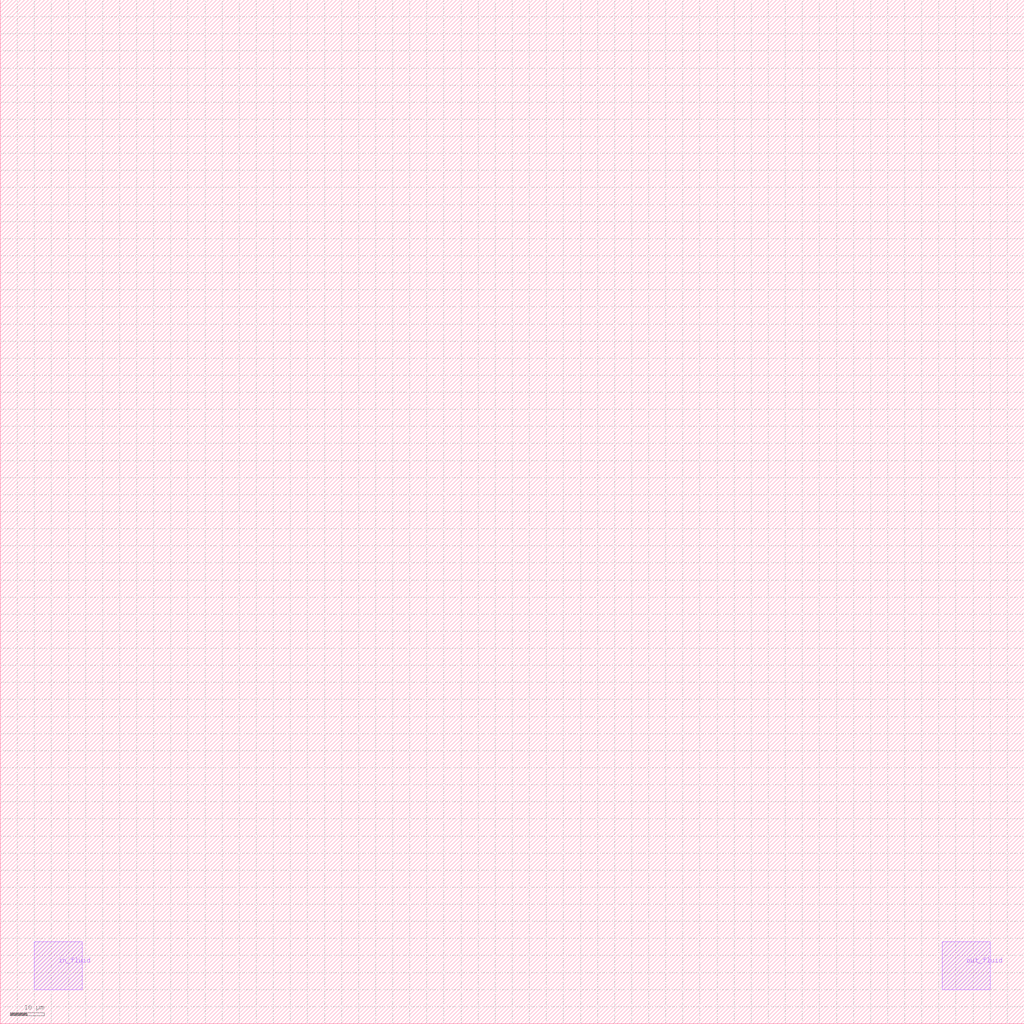
<source format=lef>
VERSION 5.7 ;
BUSBITCHARS "[]" ;
DIVIDERCHAR "/" ;

MACRO valve_20px_0
  CLASS CORE ;
  ORIGIN 0 0 ;
  FOREIGN valve_20px_0 0 0 ;
  SIZE 136 BY 80 ;
  SYMMETRY X Y ;
  SITE CoreSite ;
  PIN in_air
    DIRECTION INPUT ;
    USE SIGNAL ;
    PORT
      LAYER met3 ;
        RECT 10 16 18 24 ;
    END
  END in_air
  PIN out_air
    DIRECTION OUTPUT ;
    USE SIGNAL ;
    PORT
      LAYER met3 ;
        RECT 72 62 80 70 ;
    END
  END out_air
  PIN in_fluid
    DIRECTION INPUT ;
    USE SIGNAL ;
    PORT
      LAYER met1 ;
        RECT 65 17 71 23 ;
    END
  END in_fluid
  PIN out_fluid
    DIRECTION OUTPUT ;
    USE SIGNAL ;
    PORT
      LAYER met2 ;
        RECT 118 16 126 24 ;
    END
  END out_fluid
  PROPERTY CatenaDesignType "deviceLevel" ;
END valve_20px_0

MACRO pump_40px_0
  CLASS CORE ;
  ORIGIN 0 0 ;
  FOREIGN pump_40px_0 0 0 ;
  SIZE 80 BY 140 ;
  SYMMETRY X Y ;
  SITE CoreSite ;
  PIN in_air_valve1
    DIRECTION INPUT ;
    USE SIGNAL ;
    PORT
      LAYER met3 ;
        RECT 10 23 24 37 ;
    END
  END in_air_valve1
  PIN out_air_valve1
    DIRECTION OUTPUT ;
    USE SIGNAL ;
    PORT
      LAYER met3 ;
        RECT 56 23 70 37 ;
    END
  END out_air_valve1
  PIN in_air_dc
    DIRECTION INPUT ;
    USE SIGNAL ;
    PORT
      LAYER met3 ;
        RECT 10 63 24 77 ;
    END
  END in_air_dc
  PIN out_air_dc
    DIRECTION OUTPUT ;
    USE SIGNAL ;
    PORT
      LAYER met3 ;
        RECT 56 63 70 77 ;
    END
  END out_air_dc
  PIN in_air_valve2
    DIRECTION INPUT ;
    USE SIGNAL ;
    PORT
      LAYER met3 ;
        RECT 10 103 24 117 ;
    END
  END in_air_valve2
  PIN out_air_valve2
    DIRECTION OUTPUT ;
    USE SIGNAL ;
    PORT
      LAYER met3 ;
        RECT 56 103 70 117 ;
    END
  END out_air_valve2
  PIN in_fluid
    DIRECTION INPUT ;
    USE SIGNAL ;
    PORT
      LAYER met1 ;
        RECT 33 10 47 20 ;
    END
  END in_fluid
  PIN out_fluid
    DIRECTION OUTPUT ;
    USE SIGNAL ;
    PORT
      LAYER met1 ;
        RECT 33 120 47 130 ;
    END
  END out_fluid
  PROPERTY CatenaDesignType "deviceLevel" ;
END pump_40px_0

MACRO pinhole_300px_0
  CLASS PAD ;
  ORIGIN 0 0 ;
  FOREIGN pinhole_300px_0 0 0 ;
  SIZE 137 BY 314 ;
  SYMMETRY X Y R90 ;
  SITE PadSite ;
  PIN in
    DIRECTION INPUT ;
    USE SIGNAL ;
    PORT
      LAYER met2 ;
        RECT 61.5 300 75.5 314 ;
    END
  END in
  PIN out
    DIRECTION OUTPUT ;
    USE SIGNAL ;
    PORT
      LAYER met2 ;
        RECT 61.5 0 75.5 14 ;
    END
  END out
  PROPERTY CatenaDesignType "deviceLevel" ;
END pinhole_300px_0

MACRO serpentine_140px_0
  CLASS CORE ;
  ORIGIN  0.000000  0.000000 ;
  FOREIGN serpentine_140px_0 0 0 ;
  SIZE 160 BY 160 ;
  SYMMETRY X Y ;
  SITE CoreSite ;
  PIN in_fluid
    DIRECTION INPUT ;
    USE SIGNAL ;
    PORT
      LAYER met2 ;
        RECT 10 10 24 24 ;
    END
  END in_fluid
  PIN out_fluid
    DIRECTION OUTPUT ;
    USE SIGNAL ;
    PORT
      LAYER met1 ;
        RECT 136 136 150 150 ;
    END
  END out_fluid
  PROPERTY CatenaDesignType "deviceLevel" ;
END serpentine_140px_0

MACRO serpentine_280px_0
  CLASS CORE ;
  ORIGIN  0.000000  0.000000 ;
  FOREIGN serpentine_280px_0 0 0 ;
  SIZE 300 BY 300 ;
  SYMMETRY X Y ;
  SITE CoreSite ;
  PIN in_fluid
    DIRECTION INPUT ;
    USE SIGNAL ;
    PORT
      LAYER met1 ;
        RECT 10 10 24 24 ;
    END
  END in_fluid
  PIN out_fluid
    DIRECTION OUTPUT ;
    USE SIGNAL ;
    PORT
      LAYER met1 ;
        RECT 276 10 290 24 ;
    END
  END out_fluid
  PROPERTY CatenaDesignType "deviceLevel" ;
END serpentine_280px_0

MACRO route_test
  CLASS CORE ;
  ORIGIN 0 0 ;
  FOREIGN route_test 0 0 ;
  SIZE 120 BY 72 ;
  SYMMETRY X Y ;
  SITE CoreSite ;
  PIN in
    DIRECTION INPUT ;
    USE SIGNAL ;
    PORT
      LAYER met3 ;
        RECT 17 17 31 31 ;
    END
  END in
  PIN out
    DIRECTION OUTPUT ;
    USE SIGNAL ;
    PORT
      LAYER met3 ;
        RECT 89 103 31 31 ;
    END
  END out
  PROPERTY CatenaDesignType "deviceLevel" ;
END route_test

END LIBRARY
</source>
